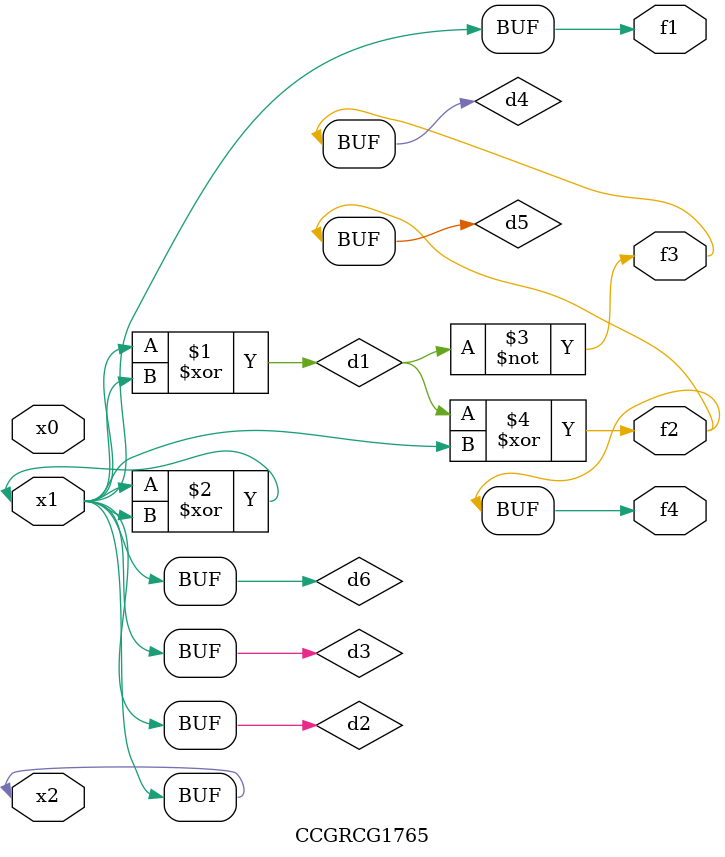
<source format=v>
module CCGRCG1765(
	input x0, x1, x2,
	output f1, f2, f3, f4
);

	wire d1, d2, d3, d4, d5, d6;

	xor (d1, x1, x2);
	buf (d2, x1, x2);
	xor (d3, x1, x2);
	nor (d4, d1);
	xor (d5, d1, d2);
	buf (d6, d2, d3);
	assign f1 = d6;
	assign f2 = d5;
	assign f3 = d4;
	assign f4 = d5;
endmodule

</source>
